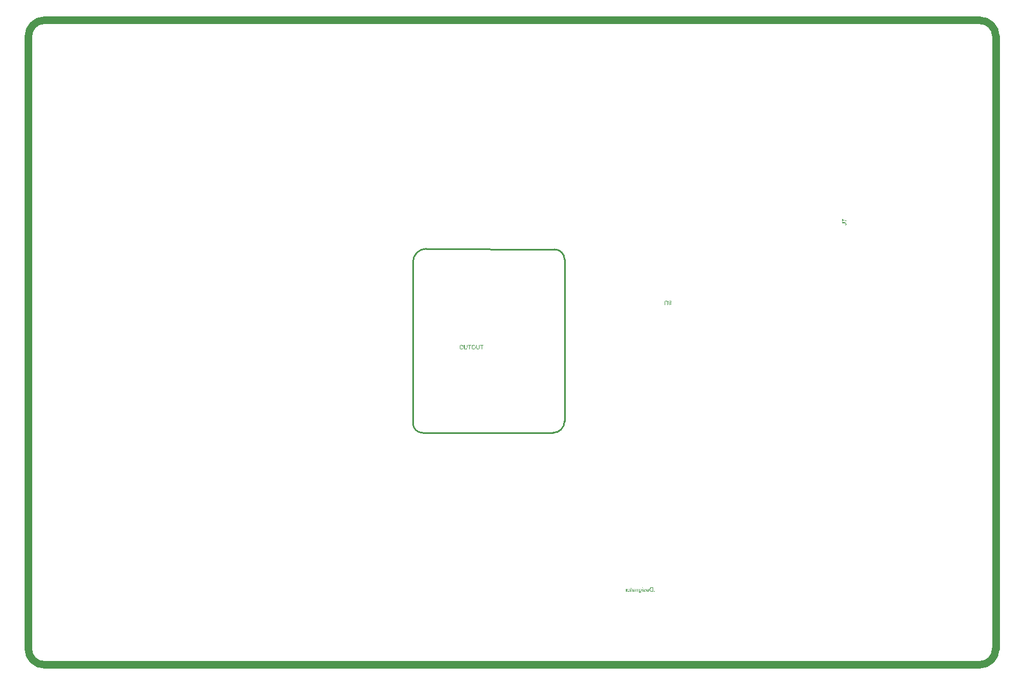
<source format=gm1>
%FSLAX23Y23*%
%MOIN*%
%SFA1B1*%

%IPPOS*%
%ADD12C,0.010000*%
%ADD113C,0.047240*%
%LNpcb1-1*%
%LPD*%
G36*
X4787Y1512D02*
X4784D01*
Y1515*
X4787*
Y1512*
G37*
G36*
X4773Y1508D02*
X4774Y1508D01*
X4775Y1508*
X4775Y1508*
X4776Y1508*
X4776Y1508*
X4776Y1507*
X4776Y1507*
X4776Y1507*
X4776Y1507*
X4776*
X4777Y1507*
X4778Y1506*
X4778Y1506*
X4778Y1505*
X4779Y1505*
X4779Y1504*
X4779Y1504*
X4779Y1504*
X4779Y1504*
X4779Y1504*
Y1504*
X4780Y1503*
X4780Y1502*
X4780Y1501*
X4780Y1500*
X4780Y1500*
Y1500*
X4780Y1500*
X4780Y1499*
Y1499*
Y1499*
Y1499*
Y1499*
X4780Y1498*
X4780Y1497*
X4780Y1497*
X4780Y1496*
X4780Y1496*
X4779Y1495*
X4779Y1495*
X4779Y1494*
X4779Y1494*
X4779Y1493*
X4779Y1493*
X4778Y1493*
X4778Y1493*
X4778Y1492*
X4778Y1492*
X4778Y1492*
X4778Y1492*
X4777Y1491*
X4777Y1491*
X4776Y1491*
X4776Y1490*
X4775Y1490*
X4775Y1490*
X4774Y1490*
X4774Y1490*
X4773Y1490*
X4773Y1490*
X4773Y1490*
X4772*
X4772Y1490*
X4772*
X4772Y1490*
X4771Y1490*
X4771Y1490*
X4770Y1490*
X4769Y1490*
X4769Y1491*
X4768Y1491*
X4768Y1491*
X4768Y1491*
X4768Y1491*
X4767Y1492*
X4767Y1492*
X4767Y1492*
X4767Y1492*
X4767Y1492*
Y1491*
Y1491*
Y1490*
X4767Y1490*
Y1490*
X4767Y1489*
Y1489*
X4767Y1489*
X4767Y1489*
Y1488*
X4767Y1488*
X4767Y1488*
Y1488*
X4767Y1487*
X4768Y1487*
X4768Y1486*
X4768Y1486*
X4768Y1486*
X4769Y1486*
X4769Y1486*
X4769Y1486*
X4769Y1485*
X4770Y1485*
X4770Y1485*
X4771Y1485*
X4771Y1485*
X4772Y1485*
X4772*
X4773Y1485*
X4774Y1485*
X4774Y1485*
X4775Y1485*
X4775Y1485*
X4775Y1485*
X4775Y1485*
X4775Y1486*
X4776Y1486*
X4776Y1486*
X4776Y1486*
X4776Y1487*
X4776Y1487*
X4776Y1487*
X4776Y1488*
Y1488*
X4780Y1488*
Y1487*
X4779Y1487*
X4779Y1486*
X4779Y1486*
X4779Y1486*
X4779Y1485*
X4779Y1485*
X4779Y1485*
X4778Y1484*
X4778Y1484*
X4778Y1484*
X4778Y1484*
X4778Y1484*
X4778Y1484*
X4778Y1484*
X4778Y1484*
X4777Y1483*
X4777Y1483*
X4776Y1483*
X4775Y1482*
X4774Y1482*
X4774Y1482*
X4773Y1482*
X4773Y1482*
X4773*
X4773Y1482*
X4772*
X4771Y1482*
X4770Y1482*
X4769Y1482*
X4769Y1483*
X4768Y1483*
X4768Y1483*
X4768Y1483*
X4768Y1483*
X4768Y1483*
X4768Y1483*
X4768Y1483*
X4767*
X4767Y1484*
X4766Y1484*
X4766Y1484*
X4765Y1485*
X4765Y1485*
X4765Y1486*
X4765Y1486*
X4765Y1486*
X4765Y1486*
Y1486*
X4765Y1486*
X4764Y1487*
X4764Y1487*
X4764Y1488*
X4764Y1489*
X4764Y1490*
X4764Y1490*
X4764Y1491*
Y1491*
X4764Y1491*
Y1492*
Y1492*
Y1492*
Y1492*
Y1508*
X4767*
Y1506*
X4767Y1506*
X4768Y1507*
X4768Y1507*
X4768Y1507*
X4769Y1508*
X4769Y1508*
X4770Y1508*
X4770Y1508*
X4771Y1508*
X4771Y1508*
X4771Y1508*
X4772Y1508*
X4772*
X4772Y1508*
X4772*
X4773Y1508*
G37*
G36*
X4732Y1508D02*
X4733Y1508D01*
X4734Y1508*
X4734Y1508*
X4735Y1508*
X4735Y1508*
X4735Y1508*
X4735Y1508*
X4735Y1508*
X4736Y1508*
X4736*
X4736Y1508*
X4737Y1507*
X4737Y1507*
X4738Y1507*
X4738Y1506*
X4738Y1506*
X4738Y1506*
X4738Y1506*
X4739Y1505*
X4739Y1505*
X4739Y1504*
X4739Y1504*
X4740Y1503*
X4740Y1503*
X4740Y1503*
Y1503*
X4740Y1503*
Y1503*
X4737Y1502*
X4736Y1503*
X4736Y1504*
X4736Y1504*
X4736Y1504*
X4735Y1505*
X4735Y1505*
X4735Y1505*
X4735Y1505*
X4735Y1505*
X4734Y1506*
X4734Y1506*
X4733Y1506*
X4733Y1506*
X4732Y1506*
X4732*
X4731Y1506*
X4730Y1506*
X4730Y1506*
X4729Y1505*
X4729Y1505*
X4728Y1505*
X4728Y1505*
X4728Y1505*
X4728Y1504*
X4728Y1504*
X4728Y1504*
X4727Y1503*
X4727Y1503*
X4727Y1502*
Y1502*
Y1502*
Y1502*
Y1502*
Y1502*
Y1502*
Y1502*
X4727Y1501*
Y1501*
Y1501*
Y1501*
X4728Y1501*
X4728Y1501*
X4729Y1501*
X4730Y1501*
X4731Y1500*
X4731Y1500*
X4732Y1500*
X4732Y1500*
X4732Y1500*
X4733Y1500*
X4733*
X4733Y1500*
X4733*
X4734Y1500*
X4734Y1500*
X4735Y1500*
X4735Y1500*
X4735Y1500*
X4736Y1500*
X4736Y1500*
X4736*
X4736Y1500*
X4737Y1499*
X4737Y1499*
X4737Y1499*
X4738Y1499*
X4738Y1499*
X4738Y1499*
X4738Y1499*
X4738Y1498*
X4739Y1498*
X4739Y1498*
X4739Y1498*
X4739Y1497*
X4740Y1497*
X4740Y1497*
X4740Y1497*
X4740Y1496*
X4740Y1496*
X4740Y1496*
X4740Y1495*
X4740Y1495*
X4740Y1495*
Y1494*
Y1494*
X4740Y1494*
X4740Y1494*
X4740Y1493*
X4740Y1492*
X4739Y1492*
X4739Y1491*
X4739Y1491*
X4739Y1491*
X4739Y1491*
X4739Y1491*
X4738Y1490*
X4738Y1490*
X4737Y1490*
X4736Y1489*
X4736Y1489*
X4735Y1489*
X4735Y1489*
X4734*
X4734Y1489*
X4734*
X4733Y1489*
X4733Y1489*
X4732Y1489*
X4732Y1489*
X4731Y1490*
X4731Y1490*
X4731Y1490*
X4731Y1490*
X4731Y1490*
X4730*
X4730Y1490*
X4729Y1490*
X4729Y1491*
X4728Y1491*
X4728Y1491*
X4727Y1492*
X4727Y1492*
X4727Y1492*
X4727Y1492*
X4727*
X4727Y1491*
X4727Y1491*
X4727Y1491*
X4727Y1490*
X4727Y1490*
X4727Y1490*
X4727Y1490*
X4726Y1490*
X4723*
X4723Y1490*
X4724Y1490*
X4724Y1491*
X4724Y1491*
X4724Y1491*
X4724Y1492*
X4724Y1492*
Y1492*
X4724Y1492*
X4724Y1492*
Y1493*
X4724Y1493*
X4724Y1494*
Y1495*
X4724Y1495*
Y1496*
Y1496*
Y1497*
Y1497*
Y1497*
Y1497*
Y1497*
Y1501*
Y1502*
X4724Y1503*
X4724Y1503*
Y1504*
X4724Y1504*
X4724Y1504*
X4724Y1504*
Y1504*
X4724Y1505*
X4725Y1505*
X4725Y1506*
X4725Y1506*
X4725Y1506*
X4725Y1506*
X4725Y1506*
X4725Y1506*
X4726Y1507*
X4726Y1507*
X4726Y1507*
X4727Y1507*
X4727Y1508*
X4727Y1508*
X4727Y1508*
X4727Y1508*
X4728*
X4728Y1508*
X4729Y1508*
X4729Y1508*
X4730Y1508*
X4731Y1508*
X4731Y1508*
X4731*
X4732Y1508*
G37*
G36*
X4719Y1513D02*
Y1508D01*
X4721*
Y1506*
X4719*
Y1495*
Y1494*
X4719Y1494*
Y1494*
X4719Y1493*
X4719Y1493*
X4719Y1493*
X4719Y1492*
X4719Y1492*
X4718Y1492*
X4718Y1491*
X4718Y1491*
Y1491*
X4718Y1491*
X4718Y1491*
X4718Y1490*
X4718Y1490*
X4717Y1490*
X4717Y1490*
X4717Y1490*
X4717Y1490*
X4717Y1490*
X4716Y1490*
X4716Y1489*
X4715Y1489*
X4715Y1489*
X4715Y1489*
X4714*
X4714Y1489*
X4713Y1489*
X4713Y1489*
X4712Y1489*
X4712Y1490*
X4712Y1490*
X4712*
X4712Y1492*
X4713Y1492*
X4713Y1492*
X4713*
X4713Y1492*
X4714*
X4714Y1492*
X4715Y1492*
X4715Y1492*
X4715Y1492*
X4715Y1492*
X4715*
X4715Y1493*
X4715Y1493*
X4715Y1493*
X4715Y1493*
X4716Y1493*
X4716Y1493*
X4716Y1494*
Y1494*
X4716Y1494*
Y1495*
Y1495*
Y1495*
Y1506*
X4712*
Y1508*
X4716*
Y1515*
X4719Y1513*
G37*
G36*
X4818Y1508D02*
X4818Y1508D01*
X4819Y1508*
X4820Y1508*
X4820Y1508*
X4821Y1508*
X4821Y1507*
X4822Y1507*
X4822Y1507*
X4822Y1507*
X4823Y1506*
X4823Y1506*
X4823Y1506*
X4823Y1506*
X4823Y1506*
X4823Y1506*
X4824Y1505*
X4824Y1505*
X4824Y1504*
X4825Y1504*
X4825Y1503*
X4825Y1502*
X4825Y1502*
X4825Y1501*
X4826Y1501*
X4826Y1500*
X4826Y1500*
X4826Y1499*
Y1499*
X4826Y1499*
Y1499*
Y1499*
X4826Y1498*
X4826Y1497*
X4825Y1496*
X4825Y1496*
X4825Y1495*
X4825Y1494*
X4825Y1494*
X4825Y1493*
X4824Y1493*
X4824Y1493*
X4824Y1492*
X4824Y1492*
X4824Y1492*
X4823Y1492*
X4823Y1492*
X4823Y1492*
X4823Y1491*
X4822Y1491*
X4822Y1490*
X4821Y1490*
X4821Y1490*
X4820Y1490*
X4820Y1490*
X4819Y1489*
X4819Y1489*
X4818Y1489*
X4818Y1489*
X4818Y1489*
X4817*
X4817Y1489*
X4817*
X4816Y1489*
X4816Y1489*
X4815Y1489*
X4814Y1489*
X4814Y1490*
X4813Y1490*
X4813Y1490*
X4813Y1490*
X4812Y1490*
X4812Y1490*
X4812Y1490*
X4812Y1491*
X4812Y1491*
X4812Y1491*
X4812*
X4811Y1491*
X4810Y1492*
X4810Y1493*
X4809Y1493*
X4809Y1494*
X4809Y1494*
X4809Y1495*
X4809Y1495*
X4809Y1495*
X4809Y1495*
Y1495*
X4812Y1496*
X4812Y1495*
X4813Y1494*
X4813Y1494*
X4813Y1493*
X4814Y1493*
X4814Y1493*
X4814Y1493*
X4814Y1493*
X4814Y1492*
X4815Y1492*
X4815Y1492*
X4816Y1492*
X4816Y1492*
X4817Y1492*
X4817*
X4817Y1492*
X4818Y1492*
X4818Y1492*
X4819Y1492*
X4820Y1493*
X4820Y1493*
X4821Y1493*
X4821Y1493*
X4821Y1493*
X4821Y1493*
X4821Y1493*
X4821Y1494*
X4821Y1494*
X4822Y1495*
X4822Y1495*
X4822Y1496*
X4822Y1497*
X4822Y1497*
X4822Y1497*
X4822Y1498*
X4822Y1498*
Y1498*
Y1498*
X4809*
X4809Y1498*
Y1499*
Y1499*
Y1499*
X4809Y1500*
X4809Y1500*
X4809Y1501*
X4809Y1502*
X4809Y1502*
X4809Y1503*
X4810Y1504*
X4810Y1504*
X4810Y1505*
X4810Y1505*
X4810Y1505*
X4811Y1505*
X4811Y1506*
X4811Y1506*
X4811Y1506*
X4811Y1506*
X4811Y1506*
X4812Y1507*
X4812Y1507*
X4813Y1507*
X4813Y1508*
X4814Y1508*
X4814Y1508*
X4815Y1508*
X4815Y1508*
X4816Y1508*
X4816Y1508*
X4816Y1508*
X4817Y1508*
X4817*
X4818Y1508*
G37*
G36*
X4860Y1490D02*
X4856D01*
Y1493*
X4860*
Y1490*
G37*
G36*
X4850D02*
X4841D01*
X4840Y1490*
X4839Y1490*
X4839Y1490*
X4838Y1490*
X4837Y1490*
X4837Y1490*
X4837Y1490*
X4837Y1490*
X4837*
X4837Y1490*
X4837*
X4836Y1490*
X4836Y1490*
X4835Y1491*
X4835Y1491*
X4834Y1491*
X4834Y1491*
X4834Y1491*
X4834Y1491*
X4833Y1492*
X4833Y1492*
X4832Y1492*
X4832Y1493*
X4832Y1493*
X4832Y1493*
X4831Y1493*
X4831Y1494*
X4831Y1494*
X4831Y1495*
X4830Y1495*
X4830Y1496*
X4830Y1496*
X4830Y1497*
X4830Y1497*
X4830Y1497*
X4830Y1497*
X4830Y1497*
Y1497*
X4829Y1498*
X4829Y1499*
X4829Y1500*
X4829Y1501*
X4829Y1501*
X4829Y1501*
Y1502*
X4829Y1502*
Y1502*
Y1502*
Y1502*
Y1502*
X4829Y1504*
X4829Y1505*
X4829Y1505*
X4829Y1506*
X4829Y1506*
X4829Y1507*
X4830Y1507*
X4830Y1507*
X4830Y1508*
X4830Y1508*
X4830Y1508*
X4830Y1508*
X4830Y1508*
Y1509*
X4830Y1509*
X4831Y1510*
X4831Y1511*
X4832Y1512*
X4832Y1512*
X4832Y1512*
X4832Y1512*
X4833Y1513*
X4833Y1513*
X4833Y1513*
X4833Y1513*
X4833Y1513*
X4834Y1513*
X4834Y1514*
X4835Y1514*
X4835Y1514*
X4836Y1514*
X4836Y1515*
X4836Y1515*
X4836Y1515*
X4837Y1515*
X4837Y1515*
X4837*
X4837Y1515*
X4838Y1515*
X4839Y1515*
X4840Y1515*
X4840*
X4841Y1515*
X4850*
Y1490*
G37*
G36*
X4787D02*
X4784D01*
Y1508*
X4787*
Y1490*
G37*
G36*
X4751Y1508D02*
X4752Y1508D01*
X4752Y1508*
X4753Y1508*
X4753Y1508*
X4754Y1507*
X4754Y1507*
X4755Y1507*
X4755Y1507*
X4755Y1506*
X4756Y1506*
X4756Y1506*
X4756Y1506*
X4756Y1506*
X4756Y1505*
X4756Y1505*
Y1508*
X4759*
Y1490*
X4756*
Y1500*
X4756Y1500*
X4756Y1501*
X4756Y1501*
X4756Y1502*
X4756Y1502*
X4755Y1503*
X4755Y1503*
X4755Y1503*
X4755Y1504*
X4755Y1504*
X4755Y1504*
X4755Y1504*
X4755Y1504*
X4755Y1504*
X4754Y1504*
X4754Y1505*
X4753Y1505*
X4753Y1505*
X4752Y1506*
X4752Y1506*
X4751Y1506*
X4751Y1506*
X4751*
X4751Y1506*
X4750Y1506*
X4750Y1506*
X4749Y1505*
X4749Y1505*
X4749Y1505*
X4749Y1505*
X4749Y1505*
X4748Y1505*
X4748Y1505*
X4748Y1504*
X4748Y1504*
X4748Y1504*
X4748Y1504*
X4748Y1504*
Y1504*
X4747Y1503*
X4747Y1503*
X4747Y1502*
X4747Y1502*
Y1501*
X4747Y1501*
Y1501*
Y1501*
Y1501*
Y1501*
Y1490*
X4744*
Y1501*
Y1502*
X4744Y1502*
X4744Y1503*
X4744Y1503*
X4744Y1504*
X4744Y1504*
X4744Y1504*
Y1504*
X4744Y1504*
X4744Y1505*
X4745Y1505*
X4745Y1506*
X4745Y1506*
X4745Y1506*
X4745Y1506*
X4745Y1506*
X4745Y1507*
X4746Y1507*
X4746Y1507*
X4746Y1507*
X4747Y1508*
X4747Y1508*
X4747Y1508*
X4747Y1508*
X4748Y1508*
X4748Y1508*
X4749Y1508*
X4749Y1508*
X4750Y1508*
X4750Y1508*
X4750*
X4751Y1508*
G37*
G36*
X4683D02*
X4683Y1508D01*
X4684Y1508*
X4684Y1508*
X4684Y1508*
X4685Y1508*
X4685Y1508*
X4685Y1508*
X4685Y1508*
X4685Y1507*
X4686Y1507*
X4686Y1506*
X4686Y1506*
X4687Y1506*
X4687Y1505*
X4687Y1505*
X4687Y1505*
Y1508*
X4690*
Y1490*
X4686*
Y1499*
X4686Y1500*
X4686Y1501*
X4686Y1501*
X4686Y1502*
X4686Y1502*
X4686Y1503*
X4686Y1503*
Y1503*
X4686Y1503*
Y1503*
X4686Y1503*
X4686Y1504*
X4685Y1504*
X4685Y1504*
X4685Y1504*
X4685Y1504*
X4685Y1505*
X4685Y1505*
X4684Y1505*
X4684Y1505*
X4684Y1505*
X4683Y1505*
X4683Y1505*
X4683Y1505*
X4683*
X4682Y1505*
X4682Y1505*
X4682Y1505*
X4681Y1505*
X4681Y1505*
X4681Y1505*
X4681Y1505*
X4681Y1505*
X4679Y1507*
X4680Y1508*
X4681Y1508*
X4681Y1508*
X4682Y1508*
X4682Y1508*
X4682Y1508*
X4683*
X4683Y1508*
G37*
G36*
X4800Y1508D02*
X4800Y1508D01*
X4801Y1508*
X4801Y1508*
X4801Y1508*
X4801Y1508*
X4801Y1508*
X4802Y1508*
X4802Y1508*
X4803Y1508*
X4803Y1507*
X4803Y1507*
X4803Y1507*
X4803Y1507*
X4803Y1507*
X4804Y1507*
X4804Y1507*
X4804Y1506*
X4805Y1506*
X4805Y1506*
X4805Y1506*
X4805Y1505*
X4805Y1505*
X4805Y1505*
X4805Y1505*
X4805Y1504*
X4805Y1504*
X4805Y1504*
X4805Y1503*
Y1503*
Y1503*
X4805Y1503*
X4805Y1502*
X4805Y1502*
X4805Y1501*
X4805Y1501*
X4805Y1501*
X4805Y1501*
X4805Y1501*
X4805Y1500*
X4804Y1500*
X4804Y1500*
X4804Y1499*
X4803Y1499*
X4803Y1499*
X4803Y1499*
X4803Y1499*
X4803Y1499*
X4802Y1499*
X4802Y1498*
X4801Y1498*
X4801Y1498*
X4800Y1498*
X4799Y1498*
X4799Y1498*
X4799Y1497*
X4798Y1497*
X4798Y1497*
X4798Y1497*
X4798*
X4798Y1497*
X4797Y1497*
X4797Y1497*
X4796Y1497*
X4796Y1497*
X4796Y1497*
X4796Y1497*
X4795Y1497*
X4795Y1496*
X4795Y1496*
X4795Y1496*
X4795Y1496*
X4794Y1496*
X4794Y1496*
X4794Y1495*
X4794Y1495*
X4794Y1495*
X4794Y1495*
Y1495*
Y1495*
X4794Y1494*
X4794Y1494*
X4794Y1493*
X4794Y1493*
X4795Y1493*
X4795Y1493*
X4795Y1493*
X4795Y1493*
X4795Y1492*
X4796Y1492*
X4796Y1492*
X4797Y1492*
X4797Y1492*
X4798Y1492*
X4798*
X4799Y1492*
X4800Y1492*
X4800Y1492*
X4801Y1492*
X4801Y1492*
X4801Y1493*
X4801Y1493*
X4801Y1493*
X4802Y1493*
X4802Y1494*
X4802Y1494*
X4803Y1494*
X4803Y1495*
X4803Y1495*
X4803Y1495*
X4803Y1495*
Y1495*
Y1496*
X4806Y1495*
X4806Y1494*
X4806Y1494*
X4806Y1494*
X4805Y1493*
X4805Y1493*
X4805Y1492*
X4805Y1492*
X4805Y1492*
X4804Y1491*
X4804Y1491*
X4804Y1491*
X4804Y1491*
X4804Y1491*
X4804Y1491*
X4804Y1491*
X4804Y1491*
X4803Y1490*
X4803Y1490*
X4802Y1490*
X4801Y1489*
X4800Y1489*
X4800Y1489*
X4799Y1489*
X4799Y1489*
X4799*
X4798Y1489*
X4798*
X4797Y1489*
X4797Y1489*
X4796Y1489*
X4795Y1489*
X4795Y1490*
X4795Y1490*
X4794Y1490*
X4794Y1490*
X4794Y1490*
X4794*
X4794Y1490*
X4793Y1491*
X4793Y1491*
X4792Y1491*
X4792Y1492*
X4792Y1492*
X4792Y1492*
X4792Y1492*
X4791Y1493*
X4791Y1493*
X4791Y1494*
X4791Y1494*
X4791Y1494*
X4791Y1495*
Y1495*
Y1495*
Y1495*
X4791Y1496*
X4791Y1496*
X4791Y1496*
X4791Y1497*
X4791Y1497*
X4791Y1497*
X4791Y1498*
X4791Y1498*
X4792Y1498*
X4792Y1498*
X4792Y1499*
X4793Y1499*
X4793Y1499*
X4793Y1499*
X4793Y1499*
X4793Y1499*
X4794Y1499*
X4794Y1500*
X4795Y1500*
X4796Y1500*
X4796Y1500*
X4797Y1500*
X4797Y1500*
X4798Y1501*
X4798Y1501*
X4798Y1501*
X4798Y1501*
X4798*
X4798Y1501*
X4799Y1501*
X4799Y1501*
X4799Y1501*
X4800Y1501*
X4800Y1501*
X4800Y1501*
X4801Y1501*
X4801Y1501*
X4801Y1502*
X4801*
X4801Y1502*
X4801Y1502*
X4802Y1502*
X4802Y1502*
X4802Y1502*
X4802Y1502*
X4802Y1502*
X4802Y1502*
X4802Y1503*
X4802Y1503*
X4802Y1503*
Y1503*
X4802Y1503*
Y1503*
Y1503*
X4802Y1504*
X4802Y1504*
X4802Y1504*
X4802Y1505*
X4802Y1505*
X4802Y1505*
X4802Y1505*
X4802Y1505*
X4801Y1505*
X4801Y1506*
X4800Y1506*
X4800Y1506*
X4799Y1506*
X4799Y1506*
X4798*
X4798Y1506*
X4797Y1506*
X4797Y1506*
X4796Y1505*
X4796Y1505*
X4796Y1505*
X4796Y1505*
X4796Y1505*
X4795Y1505*
X4795Y1504*
X4795Y1504*
X4795Y1504*
X4795Y1503*
X4794Y1503*
X4794Y1503*
Y1503*
X4791Y1503*
X4791Y1504*
X4792Y1504*
X4792Y1505*
X4792Y1505*
X4792Y1506*
X4792Y1506*
X4792Y1506*
X4792Y1506*
X4793Y1506*
X4793Y1507*
X4794Y1507*
X4794Y1507*
X4794Y1508*
X4795Y1508*
X4795Y1508*
X4795Y1508*
X4795*
X4796Y1508*
X4796Y1508*
X4797Y1508*
X4797Y1508*
X4798Y1508*
X4798*
X4798Y1508*
X4799*
X4800Y1508*
G37*
G36*
X4702Y1508D02*
X4703Y1508D01*
X4704Y1508*
X4704Y1508*
X4705Y1508*
X4705Y1508*
X4706Y1508*
X4706Y1507*
X4706Y1507*
X4707Y1507*
X4707Y1507*
X4707Y1507*
X4707Y1507*
X4708Y1506*
X4708Y1506*
X4708Y1506*
X4708Y1506*
X4709Y1505*
X4709Y1505*
X4709Y1504*
X4710Y1504*
X4710Y1503*
X4710Y1502*
X4710Y1502*
X4710Y1501*
X4710Y1501*
X4710Y1500*
X4710Y1500*
Y1499*
X4711Y1499*
Y1499*
Y1499*
X4710Y1498*
X4710Y1497*
X4710Y1496*
X4710Y1496*
X4710Y1495*
X4710Y1494*
X4710Y1494*
X4709Y1493*
X4709Y1493*
X4709Y1493*
X4709Y1492*
X4708Y1492*
X4708Y1492*
X4708Y1492*
X4708Y1492*
X4708Y1492*
X4708Y1491*
X4707Y1491*
X4707Y1490*
X4706Y1490*
X4706Y1490*
X4705Y1490*
X4705Y1490*
X4704Y1489*
X4704Y1489*
X4703Y1489*
X4703Y1489*
X4702Y1489*
X4702*
X4702Y1489*
X4702*
X4701Y1489*
X4700Y1489*
X4699Y1489*
X4699Y1490*
X4698Y1490*
X4698Y1490*
X4698Y1490*
X4698Y1490*
X4698Y1490*
X4697Y1490*
X4697*
X4697Y1491*
X4696Y1491*
X4696Y1492*
X4695Y1492*
X4695Y1493*
X4694Y1493*
X4694Y1493*
X4694Y1493*
X4694Y1493*
Y1493*
X4694Y1494*
X4694Y1494*
X4694Y1495*
X4693Y1496*
X4693Y1497*
X4693Y1497*
X4693Y1498*
X4693Y1498*
X4693Y1498*
Y1499*
Y1499*
Y1499*
Y1499*
X4693Y1500*
X4693Y1501*
X4693Y1501*
X4694Y1502*
X4694Y1503*
X4694Y1503*
X4694Y1504*
X4694Y1504*
X4695Y1505*
X4695Y1505*
X4695Y1505*
X4695Y1505*
X4695Y1506*
X4696Y1506*
X4696Y1506*
X4696Y1506*
X4696Y1506*
X4697Y1507*
X4697Y1507*
X4698Y1507*
X4698Y1508*
X4699Y1508*
X4699Y1508*
X4700Y1508*
X4700Y1508*
X4701Y1508*
X4701Y1508*
X4701Y1508*
X4701Y1508*
X4702*
X4702Y1508*
G37*
G36*
X6007Y3766D02*
X6007Y3766D01*
X6007Y3766*
X6007Y3765*
X6007Y3765*
X6008Y3765*
X6008Y3765*
X6009Y3764*
X6009Y3764*
X6010Y3764*
X6010Y3763*
X6011Y3763*
X6011Y3762*
X6012Y3762*
X6013Y3761*
X6014Y3761*
X6014Y3761*
X6014Y3761*
X6014Y3761*
X6014Y3761*
X6015Y3760*
X6015Y3760*
X6016Y3760*
X6016Y3760*
X6017Y3759*
X6018Y3759*
X6018Y3759*
X6019Y3758*
X6021Y3758*
X6022Y3757*
X6023*
X6023Y3757*
X6023Y3757*
X6023Y3757*
X6023Y3757*
X6024Y3757*
X6024Y3757*
X6025Y3757*
X6025Y3757*
X6026Y3757*
X6026Y3756*
X6027Y3756*
X6028Y3756*
X6030Y3756*
Y3753*
X6029*
X6029*
X6029*
X6029Y3753*
X6029*
X6028Y3753*
X6028Y3753*
X6027Y3753*
X6027Y3753*
X6026Y3753*
X6026Y3753*
X6025Y3753*
X6025Y3753*
X6024Y3754*
X6023Y3754*
X6022Y3754*
X6022*
X6022Y3754*
X6022Y3754*
X6022Y3754*
X6021Y3754*
X6021Y3754*
X6020Y3755*
X6020Y3755*
X6019Y3755*
X6018Y3755*
X6017Y3756*
X6015Y3757*
X6014Y3757*
X6014Y3757*
X6014Y3757*
X6014Y3757*
X6013Y3758*
X6013Y3758*
X6013Y3758*
X6012Y3758*
X6012Y3759*
X6011Y3759*
X6009Y3760*
X6008Y3761*
X6007Y3762*
Y3749*
X6004*
Y3766*
X6007*
X6007Y3766*
G37*
G36*
X6020Y3745D02*
X6020D01*
X6020Y3745*
X6021Y3745*
X6022Y3744*
X6023Y3744*
X6024Y3744*
X6024Y3744*
X6025Y3744*
X6025*
X6025Y3744*
X6025Y3744*
X6025Y3744*
X6025Y3743*
X6026Y3743*
X6026Y3743*
X6027Y3743*
X6027Y3742*
X6028Y3741*
X6028Y3741*
X6029Y3741*
Y3741*
X6029Y3740*
X6029Y3740*
X6029Y3740*
X6029Y3740*
X6029Y3740*
X6029Y3739*
X6029Y3739*
X6029Y3739*
X6030Y3738*
X6030Y3738*
X6030Y3737*
X6030Y3737*
X6030Y3736*
X6030Y3735*
X6030Y3735*
Y3734*
X6030Y3734*
Y3734*
X6030Y3733*
X6030Y3733*
X6030Y3733*
X6030Y3732*
X6029Y3731*
X6029Y3730*
X6029Y3729*
Y3729*
X6029Y3729*
X6029Y3729*
X6028Y3728*
X6028Y3728*
X6028Y3727*
X6027Y3727*
X6027Y3726*
X6026Y3726*
X6025Y3725*
X6025*
X6025Y3725*
X6025Y3725*
X6025Y3725*
X6024Y3725*
X6024Y3725*
X6024Y3725*
X6023Y3725*
X6023Y3725*
X6023Y3725*
X6022Y3725*
X6021Y3725*
X6021Y3725*
X6020Y3725*
X6019Y3725*
X6019*
X6004*
Y3728*
X6019*
X6019*
X6019*
X6019*
X6019*
X6020Y3728*
X6020*
X6020Y3728*
X6021*
X6021Y3728*
X6022Y3728*
X6023Y3728*
X6023Y3728*
X6024Y3729*
X6024*
X6024Y3729*
X6024Y3729*
X6024Y3729*
X6025Y3729*
X6025Y3729*
X6025Y3730*
X6026Y3730*
X6026Y3731*
Y3731*
X6026Y3731*
X6026Y3731*
X6026Y3731*
X6026Y3732*
X6027Y3732*
X6027Y3733*
X6027Y3734*
X6027Y3734*
Y3735*
X6027Y3735*
X6027Y3735*
X6027Y3736*
X6027Y3736*
X6027Y3736*
X6026Y3737*
X6026Y3738*
X6026Y3739*
X6026Y3739*
X6026Y3739*
X6025Y3740*
X6025Y3740*
X6025Y3740*
X6025Y3740*
X6025Y3740*
X6025Y3740*
X6024Y3740*
X6024Y3740*
X6024Y3740*
X6023Y3741*
X6023Y3741*
X6022Y3741*
X6022Y3741*
X6021Y3741*
X6020Y3741*
X6020Y3741*
X6019Y3741*
X6004*
Y3745*
X6019*
X6019*
X6019*
X6019*
X6019*
X6020Y3745*
G37*
G36*
X4931Y3267D02*
X4932Y3267D01*
X4932Y3267*
X4933Y3267*
X4934Y3267*
X4934Y3267*
X4934Y3267*
X4935Y3267*
X4935Y3267*
X4936Y3266*
X4936Y3266*
X4936Y3266*
X4936Y3266*
X4936Y3266*
X4936Y3266*
X4936*
X4937Y3266*
X4937Y3265*
X4938Y3265*
X4938Y3264*
X4939Y3264*
X4939Y3263*
X4939Y3263*
X4939Y3263*
X4940Y3262*
X4940Y3262*
X4940Y3262*
Y3262*
X4940Y3262*
X4940Y3261*
X4940Y3260*
X4940Y3259*
X4940Y3258*
X4940Y3258*
X4940Y3257*
Y3257*
X4941Y3257*
Y3256*
Y3256*
Y3256*
Y3256*
Y3241*
X4937*
Y3256*
X4937Y3257*
X4937Y3258*
X4937Y3258*
X4937Y3259*
X4937Y3260*
X4937Y3260*
X4936Y3261*
X4936Y3261*
X4936Y3262*
X4936Y3262*
X4936Y3262*
X4936Y3262*
X4936Y3262*
X4936Y3263*
X4936Y3263*
X4936Y3263*
X4935Y3263*
X4935Y3263*
X4934Y3263*
X4934Y3264*
X4933Y3264*
X4932Y3264*
X4932Y3264*
X4931Y3264*
X4931Y3264*
X4931Y3264*
X4931Y3264*
X4930*
X4929Y3264*
X4929Y3264*
X4928Y3264*
X4928Y3264*
X4927Y3264*
X4927Y3264*
X4927Y3263*
X4927Y3263*
X4926*
X4926Y3263*
X4926Y3263*
X4925Y3262*
X4925Y3262*
X4925Y3262*
X4924Y3261*
X4924Y3261*
X4924Y3261*
Y3261*
X4924Y3261*
X4924Y3260*
X4924Y3260*
X4924Y3259*
X4924Y3258*
Y3258*
X4924Y3257*
Y3257*
X4924Y3257*
Y3256*
Y3256*
Y3256*
Y3256*
Y3241*
X4920*
Y3256*
Y3257*
X4920Y3258*
X4920Y3258*
X4921Y3259*
X4921Y3259*
X4921Y3260*
X4921Y3260*
X4921Y3261*
X4921Y3261*
X4921Y3262*
X4921Y3262*
X4921Y3262*
X4921Y3262*
X4921Y3262*
X4921Y3263*
Y3263*
X4922Y3263*
X4922Y3264*
X4923Y3265*
X4923Y3265*
X4924Y3266*
X4924Y3266*
X4924Y3266*
X4924Y3266*
X4925Y3266*
X4925*
X4925Y3267*
X4926Y3267*
X4927Y3267*
X4928Y3267*
X4929Y3267*
X4929Y3267*
X4930Y3267*
X4930*
X4930Y3267*
X4930*
X4931Y3267*
G37*
G36*
X4954D02*
X4955Y3267D01*
X4955Y3267*
X4956Y3267*
X4956Y3267*
X4957Y3267*
X4957Y3266*
X4958Y3266*
X4958Y3266*
X4958Y3266*
X4959Y3266*
X4959Y3265*
X4959Y3265*
X4959Y3265*
X4959Y3265*
X4959Y3265*
X4960Y3265*
X4960Y3264*
X4960Y3264*
X4961Y3263*
X4961Y3263*
X4961Y3262*
X4961Y3262*
X4961Y3262*
X4962Y3261*
X4962Y3261*
X4962Y3260*
X4962Y3260*
X4962Y3260*
Y3260*
Y3260*
Y3260*
X4962Y3259*
X4962Y3258*
X4961Y3257*
X4961Y3257*
X4961Y3256*
X4961Y3256*
X4961Y3256*
X4961Y3256*
X4961Y3256*
X4960Y3256*
Y3256*
X4960Y3255*
X4959Y3254*
X4959Y3254*
X4958Y3254*
X4958Y3253*
X4958Y3253*
X4957Y3253*
X4957Y3253*
X4957Y3253*
X4957Y3253*
X4957*
X4958Y3253*
X4958Y3252*
X4959Y3252*
X4959Y3252*
X4959Y3251*
X4960Y3251*
X4960Y3251*
X4960Y3251*
X4960Y3250*
X4960Y3250*
X4960Y3249*
X4961Y3249*
X4961Y3249*
X4961Y3248*
Y3248*
Y3248*
Y3248*
Y3248*
X4961Y3247*
X4961Y3247*
X4960Y3246*
X4960Y3246*
X4960Y3245*
X4960Y3244*
X4959Y3244*
X4959Y3244*
X4959Y3244*
X4959Y3243*
X4959Y3243*
X4959Y3243*
X4959Y3243*
X4959Y3243*
X4958Y3243*
X4958Y3242*
X4957Y3242*
X4957Y3242*
X4956Y3242*
X4956Y3242*
X4955Y3241*
X4955Y3241*
X4954Y3241*
X4954Y3241*
X4954Y3241*
X4954Y3241*
X4953*
X4953Y3241*
X4952Y3241*
X4952Y3241*
X4951Y3241*
X4951Y3242*
X4950Y3242*
X4950Y3242*
X4949Y3242*
X4949Y3242*
X4949Y3243*
X4948Y3243*
X4948Y3243*
X4948Y3243*
X4948Y3243*
X4948Y3243*
X4948Y3243*
X4948Y3243*
X4947Y3244*
X4947Y3244*
X4947Y3245*
X4947Y3245*
X4946Y3245*
X4946Y3246*
X4946Y3247*
X4946Y3247*
X4946Y3247*
X4946Y3248*
Y3248*
Y3248*
Y3248*
X4946Y3248*
X4946Y3249*
X4946Y3250*
X4946Y3250*
X4947Y3250*
X4947Y3251*
X4947Y3251*
X4947Y3251*
X4947Y3251*
X4948Y3252*
X4948Y3252*
X4949Y3253*
X4949Y3253*
X4949Y3253*
X4950Y3253*
X4950Y3253*
X4950Y3253*
X4950*
X4949Y3253*
X4948Y3254*
X4948Y3254*
X4947Y3254*
X4947Y3255*
X4946Y3255*
X4946Y3255*
X4946Y3255*
Y3255*
X4946Y3256*
X4945Y3257*
X4945Y3257*
X4945Y3258*
X4945Y3259*
X4945Y3259*
Y3259*
X4945Y3259*
Y3259*
Y3259*
Y3260*
X4945Y3260*
X4945Y3261*
X4945Y3261*
X4945Y3262*
X4945Y3262*
X4946Y3263*
X4946Y3263*
X4946Y3264*
X4946Y3264*
X4946Y3264*
X4947Y3264*
X4947Y3265*
X4947Y3265*
X4947Y3265*
X4947Y3265*
X4947Y3265*
X4948Y3266*
X4948Y3266*
X4949Y3266*
X4949Y3266*
X4950Y3267*
X4950Y3267*
X4951Y3267*
X4952Y3267*
X4952Y3267*
X4952Y3267*
X4953Y3267*
X4953Y3267*
X4953*
X4954Y3267*
G37*
G36*
X3682Y2996D02*
X3683Y2996D01*
X3683Y2996*
X3683Y2996*
X3684Y2996*
X3685Y2996*
X3685Y2995*
X3686Y2995*
X3686Y2995*
X3687Y2995*
X3688Y2994*
X3688Y2994*
X3688Y2994*
X3688Y2994*
X3688Y2994*
X3688Y2994*
X3689Y2993*
X3689Y2993*
X3689Y2993*
X3690Y2993*
X3690Y2992*
X3690Y2992*
X3690Y2991*
X3691Y2991*
X3691Y2990*
X3691Y2990*
X3692Y2989*
X3692Y2989*
X3688Y2988*
Y2988*
X3688Y2988*
X3688Y2988*
X3688Y2988*
X3688Y2988*
X3688Y2989*
X3688Y2989*
X3687Y2990*
X3687Y2991*
X3686Y2991*
X3686Y2992*
X3686Y2992*
X3686*
X3686Y2992*
X3686Y2992*
X3686Y2992*
X3685Y2992*
X3685Y2992*
X3685Y2992*
X3684Y2993*
X3683Y2993*
X3682Y2993*
X3682Y2993*
X3681*
X3681Y2993*
X3681*
X3680Y2993*
X3680Y2993*
X3680Y2993*
X3679Y2993*
X3678Y2992*
X3677Y2992*
X3677Y2992*
X3677Y2992*
X3677*
X3676Y2992*
X3676Y2992*
X3676Y2991*
X3676Y2991*
X3675Y2991*
X3675Y2990*
X3675Y2989*
X3674Y2989*
X3674Y2988*
Y2988*
X3674Y2988*
X3674Y2988*
X3674Y2987*
X3674Y2987*
X3674Y2987*
X3673Y2987*
X3673Y2986*
X3673Y2986*
X3673Y2985*
X3673Y2984*
X3673Y2983*
Y2983*
Y2983*
Y2983*
Y2982*
X3673Y2982*
X3673Y2982*
Y2981*
X3673Y2981*
X3673Y2980*
X3673Y2979*
X3674Y2978*
X3674Y2977*
Y2977*
X3674Y2977*
X3674Y2977*
X3674Y2977*
X3674Y2977*
X3674Y2976*
X3675Y2976*
X3675Y2975*
X3676Y2975*
X3676Y2974*
X3677Y2974*
X3677*
X3677Y2974*
X3677Y2974*
X3677Y2973*
X3677Y2973*
X3678Y2973*
X3678Y2973*
X3679Y2973*
X3680Y2973*
X3680Y2972*
X3681Y2972*
X3682*
X3682Y2972*
X3682Y2972*
X3682Y2973*
X3683Y2973*
X3683Y2973*
X3684Y2973*
X3684Y2973*
X3685Y2973*
X3685Y2974*
X3686Y2974*
X3686Y2974*
X3686Y2974*
X3686Y2974*
X3686Y2974*
X3686Y2974*
X3687Y2974*
X3687Y2975*
X3687Y2975*
X3687Y2975*
X3687Y2976*
X3688Y2976*
X3688Y2976*
X3688Y2977*
X3688Y2977*
X3688Y2978*
X3689Y2978*
X3689Y2979*
X3692Y2978*
Y2978*
X3692Y2978*
X3692Y2978*
X3692Y2977*
X3692Y2977*
X3692Y2977*
X3692Y2976*
X3691Y2976*
X3691Y2975*
X3691Y2975*
X3690Y2974*
X3690Y2974*
X3690Y2973*
X3689Y2973*
X3689Y2972*
X3688Y2972*
X3688Y2972*
X3688Y2972*
X3688Y2971*
X3688Y2971*
X3688Y2971*
X3687Y2971*
X3687Y2971*
X3686Y2971*
X3686Y2970*
X3685Y2970*
X3685Y2970*
X3684Y2970*
X3684Y2970*
X3683Y2970*
X3682Y2970*
X3682Y2970*
X3681*
X3681Y2970*
X3681Y2970*
X3680Y2970*
X3680Y2970*
X3679Y2970*
X3678Y2970*
X3677Y2970*
X3676Y2970*
X3676Y2971*
X3675Y2971*
X3675Y2971*
X3675Y2971*
X3675Y2971*
X3675Y2971*
X3674Y2972*
X3674Y2972*
X3674Y2972*
X3674Y2972*
X3673Y2972*
X3673Y2973*
X3673Y2973*
X3672Y2974*
X3672Y2974*
X3672Y2974*
X3671Y2975*
X3671Y2975*
X3671Y2976*
Y2976*
X3671Y2976*
X3671Y2976*
X3671Y2977*
X3671Y2977*
X3670Y2977*
X3670Y2978*
X3670Y2978*
X3670Y2979*
X3670Y2979*
X3670Y2980*
X3670Y2980*
X3670Y2982*
X3670Y2983*
Y2983*
Y2983*
Y2983*
X3670Y2984*
Y2984*
X3670Y2984*
X3670Y2985*
X3670Y2985*
X3670Y2986*
X3670Y2986*
X3670Y2988*
X3671Y2989*
X3671Y2989*
X3671Y2990*
X3671Y2990*
X3671Y2990*
X3671Y2990*
X3671Y2990*
X3671Y2991*
X3672Y2991*
X3672Y2991*
X3672Y2992*
X3673Y2992*
X3674Y2993*
X3674Y2994*
X3675Y2994*
X3675Y2994*
X3675Y2994*
X3675Y2994*
X3676Y2995*
X3676Y2995*
X3676Y2995*
X3676Y2995*
X3677Y2995*
X3677Y2995*
X3678Y2995*
X3678Y2995*
X3679Y2996*
X3680Y2996*
X3681Y2996*
X3682*
X3682Y2996*
G37*
G36*
X3792Y2981D02*
Y2981D01*
Y2981*
Y2980*
Y2980*
X3792Y2980*
Y2979*
X3792Y2979*
X3792Y2979*
X3792Y2978*
X3792Y2976*
X3791Y2975*
X3791Y2975*
X3791Y2975*
Y2975*
X3791Y2974*
X3791Y2974*
X3791Y2974*
X3791Y2974*
X3791Y2974*
X3790Y2973*
X3790Y2973*
X3789Y2972*
X3789Y2971*
X3788Y2971*
X3788Y2971*
X3788*
X3788Y2971*
X3788Y2971*
X3788Y2971*
X3787Y2971*
X3787Y2970*
X3787Y2970*
X3786Y2970*
X3786Y2970*
X3785Y2970*
X3785Y2970*
X3784Y2970*
X3784Y2970*
X3783Y2970*
X3783Y2970*
X3782Y2970*
X3782*
X3781Y2970*
X3781*
X3781Y2970*
X3780Y2970*
X3780Y2970*
X3779Y2970*
X3778Y2970*
X3777Y2970*
X3776Y2971*
X3776*
X3776Y2971*
X3776Y2971*
X3776Y2971*
X3775Y2971*
X3775Y2972*
X3774Y2972*
X3774Y2973*
X3773Y2973*
X3773Y2974*
Y2974*
X3773Y2974*
X3773Y2975*
X3773Y2975*
X3773Y2975*
X3773Y2975*
X3772Y2976*
X3772Y2976*
X3772Y2976*
X3772Y2977*
X3772Y2977*
X3772Y2978*
X3772Y2979*
X3772Y2979*
X3772Y2980*
Y2981*
Y2996*
X3775*
Y2981*
Y2981*
Y2981*
Y2980*
Y2980*
X3775Y2980*
Y2980*
X3775Y2979*
Y2979*
X3775Y2978*
X3776Y2977*
X3776Y2976*
X3776Y2976*
X3776Y2976*
Y2976*
X3776Y2976*
X3776Y2976*
X3776Y2975*
X3776Y2975*
X3777Y2975*
X3777Y2974*
X3777Y2974*
X3778Y2973*
X3778*
X3778Y2973*
X3778Y2973*
X3779Y2973*
X3779Y2973*
X3780Y2973*
X3780Y2973*
X3781Y2973*
X3782Y2973*
X3782*
X3782Y2973*
X3783Y2973*
X3783Y2973*
X3783Y2973*
X3784Y2973*
X3785Y2973*
X3786Y2973*
X3786Y2973*
X3786Y2974*
X3787Y2974*
X3787Y2974*
X3787Y2974*
X3787Y2974*
X3787Y2974*
X3787Y2975*
X3787Y2975*
X3788Y2975*
X3788Y2975*
X3788Y2976*
X3788Y2976*
X3788Y2977*
X3788Y2977*
X3788Y2978*
X3788Y2978*
X3789Y2979*
X3789Y2980*
X3789Y2981*
Y2996*
X3792*
Y2981*
G37*
G36*
X3717D02*
Y2981D01*
Y2981*
Y2980*
Y2980*
X3716Y2980*
Y2979*
X3716Y2979*
X3716Y2979*
X3716Y2978*
X3716Y2976*
X3716Y2975*
X3716Y2975*
X3716Y2975*
Y2975*
X3716Y2974*
X3716Y2974*
X3715Y2974*
X3715Y2974*
X3715Y2974*
X3715Y2973*
X3714Y2973*
X3714Y2972*
X3713Y2971*
X3713Y2971*
X3712Y2971*
X3712*
X3712Y2971*
X3712Y2971*
X3712Y2971*
X3712Y2971*
X3712Y2970*
X3711Y2970*
X3711Y2970*
X3710Y2970*
X3710Y2970*
X3710Y2970*
X3709Y2970*
X3708Y2970*
X3708Y2970*
X3707Y2970*
X3707Y2970*
X3706*
X3706Y2970*
X3706*
X3705Y2970*
X3705Y2970*
X3704Y2970*
X3703Y2970*
X3703Y2970*
X3702Y2970*
X3701Y2971*
X3701*
X3701Y2971*
X3700Y2971*
X3700Y2971*
X3700Y2971*
X3699Y2972*
X3699Y2972*
X3698Y2973*
X3698Y2973*
X3697Y2974*
Y2974*
X3697Y2974*
X3697Y2975*
X3697Y2975*
X3697Y2975*
X3697Y2975*
X3697Y2976*
X3697Y2976*
X3697Y2976*
X3697Y2977*
X3697Y2977*
X3697Y2978*
X3696Y2979*
X3696Y2979*
X3696Y2980*
Y2981*
Y2996*
X3700*
Y2981*
Y2981*
Y2981*
Y2980*
Y2980*
X3700Y2980*
Y2980*
X3700Y2979*
Y2979*
X3700Y2978*
X3700Y2977*
X3700Y2976*
X3700Y2976*
X3700Y2976*
Y2976*
X3700Y2976*
X3701Y2976*
X3701Y2975*
X3701Y2975*
X3701Y2975*
X3702Y2974*
X3702Y2974*
X3703Y2973*
X3703*
X3703Y2973*
X3703Y2973*
X3703Y2973*
X3704Y2973*
X3704Y2973*
X3705Y2973*
X3705Y2973*
X3706Y2973*
X3707*
X3707Y2973*
X3707Y2973*
X3707Y2973*
X3708Y2973*
X3708Y2973*
X3709Y2973*
X3710Y2973*
X3710Y2973*
X3711Y2974*
X3711Y2974*
X3712Y2974*
X3712Y2974*
X3712Y2974*
X3712Y2974*
X3712Y2975*
X3712Y2975*
X3712Y2975*
X3712Y2975*
X3712Y2976*
X3712Y2976*
X3713Y2977*
X3713Y2977*
X3713Y2978*
X3713Y2978*
X3713Y2979*
X3713Y2980*
X3713Y2981*
Y2996*
X3717*
Y2981*
G37*
G36*
X3816Y2993D02*
X3808D01*
Y2970*
X3804*
Y2993*
X3796*
Y2996*
X3816*
Y2993*
G37*
G36*
X3741D02*
X3732D01*
Y2970*
X3729*
Y2993*
X3720*
Y2996*
X3741*
Y2993*
G37*
G36*
X3756Y2996D02*
X3756Y2996D01*
X3757Y2996*
X3757Y2996*
X3757Y2996*
X3758Y2996*
X3759Y2995*
X3760Y2995*
X3761Y2995*
X3761Y2995*
X3762Y2994*
X3762Y2994*
X3762Y2994*
X3762Y2994*
X3762Y2994*
X3762Y2994*
X3763Y2994*
X3763Y2993*
X3763Y2993*
X3764Y2993*
X3764Y2992*
X3764Y2992*
X3765Y2992*
X3765Y2991*
X3765Y2991*
X3766Y2990*
X3766Y2990*
X3766Y2989*
X3766Y2989*
X3766Y2989*
X3766Y2989*
X3766Y2988*
X3767Y2988*
X3767Y2988*
X3767Y2987*
X3767Y2987*
X3767Y2986*
X3767Y2985*
X3767Y2984*
X3767Y2983*
Y2983*
Y2983*
Y2983*
Y2982*
X3767Y2982*
Y2982*
X3767Y2981*
X3767Y2981*
X3767Y2980*
X3767Y2980*
X3767Y2979*
X3767Y2978*
X3766Y2977*
X3766Y2976*
X3766Y2976*
X3766Y2976*
X3766Y2976*
X3766Y2975*
X3766Y2975*
X3765Y2975*
X3765Y2975*
X3765Y2974*
X3765Y2974*
X3764Y2974*
X3764Y2973*
X3763Y2972*
X3762Y2972*
X3762Y2971*
X3761Y2971*
X3761*
X3761Y2971*
X3761Y2971*
X3761Y2971*
X3761Y2971*
X3760Y2971*
X3760Y2970*
X3760Y2970*
X3759Y2970*
X3759Y2970*
X3758Y2970*
X3756Y2970*
X3756Y2970*
X3755Y2970*
X3755*
X3755Y2970*
X3754Y2970*
X3754Y2970*
X3754Y2970*
X3753Y2970*
X3752Y2970*
X3751Y2970*
X3750Y2970*
X3750Y2971*
X3749Y2971*
X3749Y2971*
X3749Y2971*
X3749Y2971*
X3748Y2971*
X3748Y2972*
X3748Y2972*
X3748Y2972*
X3747Y2972*
X3747Y2972*
X3747Y2973*
X3746Y2973*
X3746Y2974*
X3746Y2974*
X3745Y2975*
X3744Y2976*
Y2976*
X3744Y2976*
X3744Y2976*
X3744Y2977*
X3744Y2977*
X3744Y2977*
X3744Y2978*
X3744Y2978*
X3744Y2978*
X3743Y2979*
X3743Y2980*
X3743Y2981*
X3743Y2982*
X3743Y2982*
Y2982*
Y2982*
Y2983*
Y2983*
X3743Y2983*
X3743Y2983*
X3743Y2984*
X3743Y2985*
X3743Y2985*
X3743Y2986*
X3744Y2987*
X3744Y2988*
X3744Y2988*
X3744Y2989*
X3745Y2990*
X3745Y2991*
X3746Y2992*
X3746Y2992*
X3746Y2992*
X3747Y2993*
X3747Y2993*
X3747Y2993*
X3747Y2993*
X3748Y2994*
X3748Y2994*
X3749Y2994*
X3749Y2995*
X3750Y2995*
X3751Y2995*
X3752Y2995*
X3752Y2996*
X3753Y2996*
X3754Y2996*
X3755Y2996*
X3756*
X3756Y2996*
G37*
%LNpcb1-2*%
%LPC*%
G36*
X4772Y1506D02*
X4772D01*
X4771Y1506*
X4771Y1506*
X4770Y1506*
X4770Y1505*
X4769Y1505*
X4769Y1505*
X4769Y1504*
X4768Y1504*
X4768Y1504*
Y1504*
X4768Y1504*
X4768Y1503*
X4767Y1503*
X4767Y1502*
X4767Y1501*
X4767Y1501*
X4767Y1500*
X4767Y1500*
Y1500*
X4767Y1499*
Y1499*
Y1499*
Y1499*
Y1498*
X4767Y1498*
X4767Y1497*
X4767Y1497*
X4767Y1496*
X4767Y1496*
X4767Y1495*
X4767Y1495*
X4768Y1495*
X4768Y1494*
X4768Y1494*
X4768Y1494*
X4768Y1494*
X4768Y1494*
X4768Y1494*
X4768Y1494*
X4768Y1493*
X4769Y1493*
X4769Y1493*
X4769Y1493*
X4770Y1493*
X4771Y1492*
X4771Y1492*
X4771Y1492*
X4771Y1492*
X4772Y1492*
X4772*
X4772Y1492*
X4773Y1492*
X4773Y1492*
X4774Y1493*
X4774Y1493*
X4775Y1493*
X4775Y1494*
X4775Y1494*
X4775Y1494*
X4775Y1494*
X4776Y1494*
X4776Y1494*
X4776Y1495*
X4777Y1496*
X4777Y1497*
X4777Y1497*
X4777Y1498*
X4777Y1498*
Y1498*
X4777Y1499*
Y1499*
Y1499*
Y1499*
X4777Y1500*
X4777Y1500*
X4777Y1501*
X4777Y1501*
X4777Y1502*
X4776Y1502*
X4776Y1503*
X4776Y1503*
X4776Y1503*
X4776Y1503*
X4776Y1504*
X4776Y1504*
X4776Y1504*
X4776Y1504*
X4775Y1504*
Y1504*
X4775Y1504*
X4775Y1505*
X4775Y1505*
X4774Y1505*
X4774Y1505*
X4773Y1506*
X4773Y1506*
X4772Y1506*
X4772Y1506*
G37*
G36*
X4727Y1499D02*
X4727D01*
Y1498*
X4727Y1497*
X4727Y1496*
X4728Y1496*
X4728Y1495*
X4728Y1495*
X4728Y1495*
X4728Y1495*
X4728Y1494*
X4728Y1494*
X4728Y1494*
X4729Y1493*
X4729Y1493*
X4729Y1493*
X4730Y1492*
X4730Y1492*
X4730Y1492*
X4730*
X4730Y1492*
X4731Y1492*
X4732Y1492*
X4732Y1492*
X4732Y1492*
X4733Y1492*
X4733*
X4734Y1492*
X4734Y1492*
X4735Y1492*
X4735Y1492*
X4736Y1492*
X4736Y1492*
X4736Y1492*
X4736Y1492*
X4736Y1493*
X4736Y1493*
X4737Y1493*
X4737Y1494*
X4737Y1494*
X4737Y1494*
Y1494*
Y1494*
X4737Y1495*
X4737Y1495*
X4737Y1495*
X4737Y1496*
X4737Y1496*
X4736Y1496*
X4736Y1496*
X4736Y1496*
X4736Y1496*
X4736Y1496*
X4736Y1497*
X4735Y1497*
X4735Y1497*
X4735Y1497*
X4735*
X4735Y1497*
X4734Y1497*
X4734Y1497*
X4734Y1497*
X4733Y1497*
X4733Y1498*
X4733*
X4733Y1498*
X4732*
X4732Y1498*
X4731Y1498*
X4731Y1498*
X4730Y1498*
X4730Y1498*
X4729Y1498*
X4729Y1498*
X4729Y1498*
X4728Y1498*
X4728Y1499*
X4728Y1499*
X4728Y1499*
X4728Y1499*
X4727Y1499*
X4727Y1499*
G37*
G36*
X4817Y1506D02*
X4817D01*
X4817Y1506*
X4816Y1506*
X4815Y1506*
X4815Y1505*
X4814Y1505*
X4814Y1505*
X4813Y1504*
X4813Y1504*
X4813Y1504*
X4813Y1504*
Y1504*
X4813Y1504*
X4813Y1503*
X4812Y1502*
X4812Y1502*
X4812Y1501*
X4812Y1501*
Y1501*
X4812Y1501*
X4812Y1501*
Y1501*
Y1501*
X4822*
X4822Y1501*
X4822Y1502*
X4822Y1503*
X4821Y1503*
X4821Y1504*
X4821Y1504*
X4821Y1504*
X4821Y1504*
X4820Y1505*
X4820Y1505*
X4820Y1505*
X4819Y1505*
X4818Y1506*
X4818Y1506*
X4818Y1506*
X4817*
X4817Y1506*
G37*
G36*
X4847Y1512D02*
X4841D01*
X4840Y1512*
X4840*
X4839Y1512*
X4839Y1512*
X4839Y1512*
X4838Y1512*
X4838Y1512*
X4838Y1512*
X4838Y1512*
X4837Y1512*
X4837Y1512*
X4837Y1512*
X4837Y1512*
X4837Y1512*
X4837Y1511*
X4836Y1511*
X4836Y1511*
X4835Y1510*
X4835Y1510*
X4834Y1509*
X4834Y1509*
X4834Y1509*
X4834Y1509*
X4834Y1509*
Y1509*
X4833Y1508*
X4833Y1508*
X4833Y1507*
X4833Y1506*
X4833Y1505*
X4832Y1504*
X4832Y1504*
X4832Y1503*
Y1503*
X4832Y1503*
Y1503*
Y1503*
Y1502*
X4832Y1501*
X4832Y1500*
X4833Y1500*
X4833Y1499*
X4833Y1499*
X4833Y1499*
X4833Y1498*
X4833Y1498*
X4833Y1498*
X4833Y1498*
X4833Y1498*
X4833Y1498*
Y1498*
X4833Y1497*
X4834Y1496*
X4834Y1496*
X4834Y1495*
X4835Y1495*
X4835Y1495*
X4835Y1494*
X4835Y1494*
X4835Y1494*
X4836Y1494*
X4836Y1494*
X4836Y1493*
X4837Y1493*
X4837Y1493*
X4837Y1493*
X4837Y1493*
X4837*
X4838Y1493*
X4838Y1493*
X4839Y1493*
X4840Y1493*
X4840Y1493*
X4841Y1493*
X4847*
Y1512*
G37*
G36*
X4702Y1506D02*
X4702D01*
X4701Y1506*
X4701Y1506*
X4700Y1506*
X4700Y1505*
X4699Y1505*
X4699Y1505*
X4698Y1504*
X4698Y1504*
X4698Y1504*
X4698Y1504*
X4698Y1504*
X4698Y1504*
X4697Y1503*
X4697Y1502*
X4697Y1502*
X4697Y1501*
X4697Y1500*
X4696Y1500*
X4696Y1500*
Y1499*
X4696Y1499*
Y1499*
Y1499*
Y1499*
Y1498*
X4696Y1498*
X4697Y1497*
X4697Y1496*
X4697Y1496*
X4697Y1496*
X4697Y1495*
X4697Y1495*
X4697Y1494*
X4697Y1494*
X4698Y1494*
X4698Y1494*
X4698Y1494*
X4698Y1494*
X4698Y1494*
X4698Y1493*
X4698Y1493*
X4699Y1493*
X4699Y1493*
X4699Y1492*
X4700Y1492*
X4700Y1492*
X4701Y1492*
X4701Y1492*
X4701Y1492*
X4702Y1492*
X4702*
X4702Y1492*
X4703Y1492*
X4703Y1492*
X4704Y1492*
X4705Y1493*
X4705Y1493*
X4705Y1493*
X4706Y1493*
X4706Y1493*
X4706Y1493*
X4706Y1493*
X4706Y1494*
X4706Y1494*
X4707Y1495*
X4707Y1496*
X4707Y1497*
X4707Y1497*
X4707Y1498*
X4707Y1498*
Y1498*
X4707Y1498*
Y1499*
Y1499*
Y1499*
X4707Y1499*
X4707Y1500*
X4707Y1501*
X4707Y1501*
X4707Y1502*
X4707Y1502*
X4707Y1502*
X4707Y1503*
X4706Y1503*
X4706Y1503*
X4706Y1504*
X4706Y1504*
X4706Y1504*
X4706Y1504*
X4706Y1504*
Y1504*
X4705Y1504*
X4705Y1505*
X4705Y1505*
X4704Y1505*
X4704Y1505*
X4703Y1506*
X4703Y1506*
X4702Y1506*
X4702Y1506*
X4702Y1506*
G37*
G36*
X4954Y3265D02*
X4953D01*
X4953Y3265*
X4952Y3265*
X4952Y3265*
X4951Y3264*
X4951Y3264*
X4951Y3264*
X4951Y3264*
X4951Y3264*
X4950Y3264*
X4950Y3263*
X4949Y3263*
X4949Y3263*
X4949Y3263*
X4949Y3262*
X4949Y3262*
X4949Y3262*
X4949Y3262*
X4948Y3261*
X4948Y3261*
X4948Y3260*
X4948Y3260*
X4948Y3260*
Y3260*
Y3260*
X4948Y3259*
X4948Y3259*
X4948Y3258*
X4949Y3257*
X4949Y3257*
X4949Y3256*
X4949Y3256*
X4949Y3256*
X4950Y3256*
X4950Y3256*
X4950Y3255*
X4951Y3255*
X4951Y3255*
X4952Y3255*
X4952Y3254*
X4953Y3254*
X4953*
X4953Y3254*
X4954*
X4954Y3254*
X4955Y3255*
X4955Y3255*
X4956Y3255*
X4956Y3255*
X4957Y3256*
X4957Y3256*
X4957Y3256*
Y3256*
X4957Y3256*
X4958Y3256*
X4958Y3257*
X4958Y3258*
X4958Y3258*
X4958Y3259*
X4958Y3259*
Y3259*
X4958Y3259*
Y3260*
Y3260*
Y3260*
Y3260*
X4958Y3260*
X4958Y3261*
X4958Y3262*
X4958Y3262*
X4958Y3263*
X4957Y3263*
X4957Y3263*
X4957Y3263*
X4957Y3263*
X4957Y3264*
X4956Y3264*
X4956Y3264*
X4955Y3264*
X4955Y3265*
X4954Y3265*
X4954Y3265*
X4954*
X4954Y3265*
G37*
G36*
X4954Y3252D02*
X4953D01*
X4953Y3252*
X4952Y3252*
X4952Y3251*
X4951Y3251*
X4951Y3251*
X4950Y3251*
X4950Y3251*
X4950Y3251*
X4950Y3250*
X4950Y3250*
X4949Y3249*
X4949Y3249*
X4949Y3248*
X4949Y3248*
X4949Y3248*
Y3248*
Y3248*
Y3248*
X4949Y3247*
X4949Y3247*
X4950Y3246*
X4950Y3246*
X4950Y3245*
X4950Y3245*
X4950Y3245*
X4950Y3245*
X4951Y3245*
X4951Y3244*
X4952Y3244*
X4952Y3244*
X4953Y3244*
X4953Y3244*
X4953Y3244*
X4953*
X4954Y3244*
X4955Y3244*
X4955Y3244*
X4955Y3244*
X4956Y3245*
X4956Y3245*
X4956Y3245*
X4956Y3245*
X4957Y3245*
X4957Y3246*
X4957Y3246*
X4957Y3247*
X4957Y3247*
X4957Y3248*
X4957Y3248*
Y3248*
Y3248*
Y3248*
X4957Y3248*
X4957Y3249*
X4957Y3250*
X4957Y3250*
X4957Y3250*
X4957Y3250*
X4956Y3251*
X4956Y3251*
X4956Y3251*
X4955Y3251*
X4955Y3252*
X4954Y3252*
X4954Y3252*
X4954Y3252*
X4954Y3252*
G37*
G36*
X3755Y2993D02*
X3755D01*
X3755Y2993*
X3754Y2993*
X3754Y2993*
X3754Y2993*
X3753Y2993*
X3753Y2993*
X3752Y2992*
X3752Y2992*
X3751Y2992*
X3751Y2992*
X3750Y2991*
X3750Y2991*
X3749Y2991*
X3749Y2991*
X3749Y2990*
X3749Y2990*
X3749Y2990*
X3748Y2990*
X3748Y2989*
X3748Y2989*
X3748Y2989*
X3748Y2988*
X3747Y2987*
X3747Y2987*
X3747Y2986*
X3747Y2985*
X3747Y2984*
X3747Y2983*
X3746Y2982*
Y2982*
Y2982*
X3747Y2982*
Y2982*
X3747Y2981*
X3747Y2981*
X3747Y2980*
X3747Y2980*
X3747Y2979*
X3747Y2978*
X3747Y2978*
X3748Y2977*
X3748Y2977*
X3748Y2976*
X3749Y2976*
X3749Y2975*
X3749Y2975*
X3749Y2975*
X3749Y2975*
X3749Y2975*
X3750Y2974*
X3750Y2974*
X3750Y2974*
X3751Y2974*
X3751Y2973*
X3752Y2973*
X3752Y2973*
X3753Y2973*
X3753Y2973*
X3754Y2973*
X3754Y2972*
X3755Y2972*
X3755*
X3756Y2972*
X3756*
X3756Y2972*
X3757Y2973*
X3757Y2973*
X3757Y2973*
X3758Y2973*
X3758Y2973*
X3759Y2973*
X3759Y2974*
X3760Y2974*
X3761Y2974*
X3761Y2975*
X3761Y2975*
X3762Y2975*
X3762Y2975*
X3762Y2975*
X3762Y2976*
X3762Y2976*
X3762Y2976*
X3763Y2977*
X3763Y2977*
X3763Y2978*
X3763Y2978*
X3763Y2979*
X3764Y2979*
X3764Y2980*
X3764Y2981*
X3764Y2982*
X3764Y2983*
Y2983*
Y2983*
Y2983*
Y2983*
X3764Y2983*
X3764Y2984*
X3764Y2984*
X3764Y2985*
X3764Y2985*
X3764Y2986*
X3763Y2987*
X3763Y2988*
Y2988*
X3763Y2988*
X3763Y2988*
X3763Y2989*
X3763Y2989*
X3762Y2989*
X3762Y2989*
X3762Y2990*
X3761Y2991*
X3761Y2991*
X3760Y2992*
X3760*
X3760Y2992*
X3760Y2992*
X3759Y2992*
X3759Y2992*
X3759Y2992*
X3759Y2992*
X3758Y2992*
X3758Y2993*
X3757Y2993*
X3756Y2993*
X3755Y2993*
G37*
%LNpcb1-3*%
%LPD*%
G54D12*
X3385Y2518D02*
D01*
D01*
G75*
G03X3444Y2460I58J0D01*
G74*G01*
X3466Y3584D02*
D01*
D01*
G75*
G03X3385Y3503I0J-81D01*
G74*G01*
X4240Y2460D02*
D01*
D01*
G75*
G03X4310Y2530I0J70D01*
G74*G01*
Y3520D02*
D01*
D01*
G75*
G03X4250Y3580I-60J0D01*
G74*G01*
X3466Y3584D02*
X4250Y3580D01*
X3385Y2518D02*
Y3503D01*
X4310Y2530D02*
Y3520D01*
X3444Y2460D02*
X4240D01*
G54D113*
X1037Y1141D02*
D01*
D01*
G75*
G03X1136Y1043I98J0D01*
G74*G01*
X6844D02*
D01*
D01*
G75*
G03X6943Y1141I0J98D01*
G74*G01*
Y4881D02*
D01*
D01*
G75*
G03X6844Y4980I-98J0D01*
G74*G01*
X1136D02*
D01*
D01*
G75*
G03X1037Y4881I0J-98D01*
G74*G01*
X1136Y1043D02*
X6844D01*
X6943Y1141D02*
Y4881D01*
X1136Y4980D02*
X6844D01*
X1037Y1141D02*
Y4881D01*
M02*
</source>
